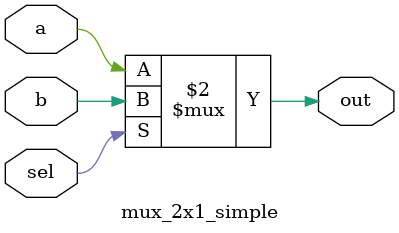
<source format=v>
`timescale 1ns / 1ps


module mux_2x1_simple(
input a,b,sel,
output out
    );
    
    assign out = (sel==0) ? a:b;
endmodule

</source>
